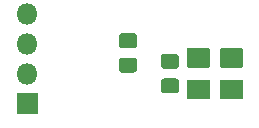
<source format=gbs>
%TF.GenerationSoftware,KiCad,Pcbnew,(5.1.12)-1*%
%TF.CreationDate,2022-05-16T22:14:10+01:00*%
%TF.ProjectId,wiicam,77696963-616d-42e6-9b69-6361645f7063,rev?*%
%TF.SameCoordinates,Original*%
%TF.FileFunction,Soldermask,Bot*%
%TF.FilePolarity,Negative*%
%FSLAX46Y46*%
G04 Gerber Fmt 4.6, Leading zero omitted, Abs format (unit mm)*
G04 Created by KiCad (PCBNEW (5.1.12)-1) date 2022-05-16 22:14:10*
%MOMM*%
%LPD*%
G01*
G04 APERTURE LIST*
%ADD10O,1.802000X1.802000*%
G04 APERTURE END LIST*
G36*
G01*
X155444298Y-125281000D02*
X154435702Y-125281000D01*
G75*
G02*
X154164000Y-125009298I0J271702D01*
G01*
X154164000Y-124275702D01*
G75*
G02*
X154435702Y-124004000I271702J0D01*
G01*
X155444298Y-124004000D01*
G75*
G02*
X155716000Y-124275702I0J-271702D01*
G01*
X155716000Y-125009298D01*
G75*
G02*
X155444298Y-125281000I-271702J0D01*
G01*
G37*
G36*
G01*
X155444298Y-127356000D02*
X154435702Y-127356000D01*
G75*
G02*
X154164000Y-127084298I0J271702D01*
G01*
X154164000Y-126350702D01*
G75*
G02*
X154435702Y-126079000I271702J0D01*
G01*
X155444298Y-126079000D01*
G75*
G02*
X155716000Y-126350702I0J-271702D01*
G01*
X155716000Y-127084298D01*
G75*
G02*
X155444298Y-127356000I-271702J0D01*
G01*
G37*
G36*
G01*
X151888298Y-125599500D02*
X150879702Y-125599500D01*
G75*
G02*
X150608000Y-125327798I0J271702D01*
G01*
X150608000Y-124594202D01*
G75*
G02*
X150879702Y-124322500I271702J0D01*
G01*
X151888298Y-124322500D01*
G75*
G02*
X152160000Y-124594202I0J-271702D01*
G01*
X152160000Y-125327798D01*
G75*
G02*
X151888298Y-125599500I-271702J0D01*
G01*
G37*
G36*
G01*
X151888298Y-123524500D02*
X150879702Y-123524500D01*
G75*
G02*
X150608000Y-123252798I0J271702D01*
G01*
X150608000Y-122519202D01*
G75*
G02*
X150879702Y-122247500I271702J0D01*
G01*
X151888298Y-122247500D01*
G75*
G02*
X152160000Y-122519202I0J-271702D01*
G01*
X152160000Y-123252798D01*
G75*
G02*
X151888298Y-123524500I-271702J0D01*
G01*
G37*
D10*
X142875000Y-120600000D03*
X142875000Y-123140000D03*
X142875000Y-125680000D03*
G36*
G01*
X143776000Y-127370000D02*
X143776000Y-129070000D01*
G75*
G02*
X143725000Y-129121000I-51000J0D01*
G01*
X142025000Y-129121000D01*
G75*
G02*
X141974000Y-129070000I0J51000D01*
G01*
X141974000Y-127370000D01*
G75*
G02*
X142025000Y-127319000I51000J0D01*
G01*
X143725000Y-127319000D01*
G75*
G02*
X143776000Y-127370000I0J-51000D01*
G01*
G37*
G36*
G01*
X161050000Y-127841000D02*
X159250000Y-127841000D01*
G75*
G02*
X159199000Y-127790000I0J51000D01*
G01*
X159199000Y-126250000D01*
G75*
G02*
X159250000Y-126199000I51000J0D01*
G01*
X161050000Y-126199000D01*
G75*
G02*
X161101000Y-126250000I0J-51000D01*
G01*
X161101000Y-127790000D01*
G75*
G02*
X161050000Y-127841000I-51000J0D01*
G01*
G37*
G36*
G01*
X161050000Y-125161000D02*
X159250000Y-125161000D01*
G75*
G02*
X159199000Y-125110000I0J51000D01*
G01*
X159199000Y-123570000D01*
G75*
G02*
X159250000Y-123519000I51000J0D01*
G01*
X161050000Y-123519000D01*
G75*
G02*
X161101000Y-123570000I0J-51000D01*
G01*
X161101000Y-125110000D01*
G75*
G02*
X161050000Y-125161000I-51000J0D01*
G01*
G37*
G36*
G01*
X158250000Y-125161000D02*
X156450000Y-125161000D01*
G75*
G02*
X156399000Y-125110000I0J51000D01*
G01*
X156399000Y-123570000D01*
G75*
G02*
X156450000Y-123519000I51000J0D01*
G01*
X158250000Y-123519000D01*
G75*
G02*
X158301000Y-123570000I0J-51000D01*
G01*
X158301000Y-125110000D01*
G75*
G02*
X158250000Y-125161000I-51000J0D01*
G01*
G37*
G36*
G01*
X158250000Y-127841000D02*
X156450000Y-127841000D01*
G75*
G02*
X156399000Y-127790000I0J51000D01*
G01*
X156399000Y-126250000D01*
G75*
G02*
X156450000Y-126199000I51000J0D01*
G01*
X158250000Y-126199000D01*
G75*
G02*
X158301000Y-126250000I0J-51000D01*
G01*
X158301000Y-127790000D01*
G75*
G02*
X158250000Y-127841000I-51000J0D01*
G01*
G37*
M02*

</source>
